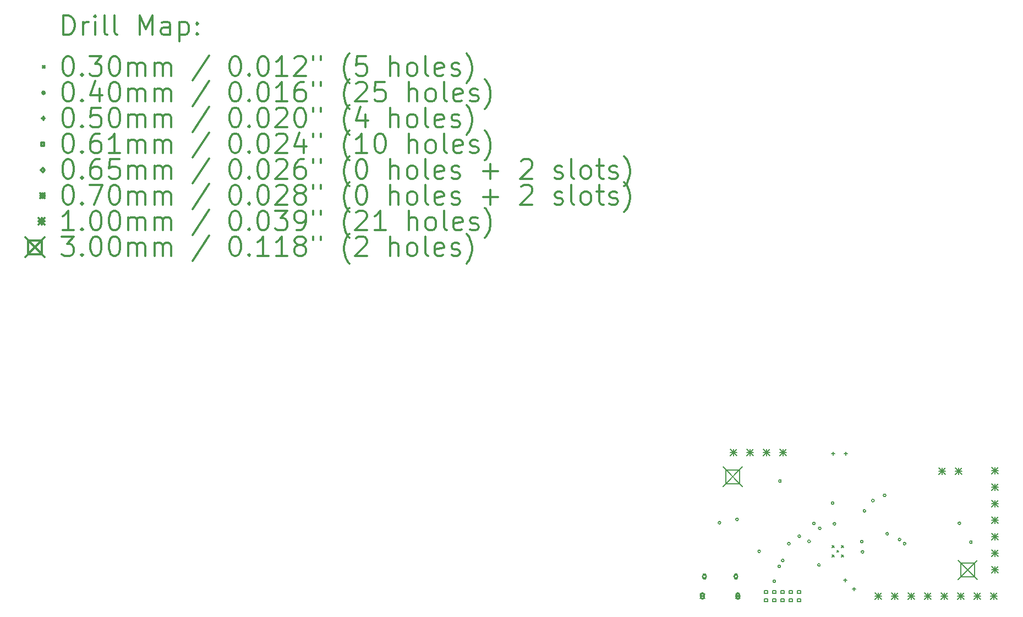
<source format=gbr>
%FSLAX45Y45*%
G04 Gerber Fmt 4.5, Leading zero omitted, Abs format (unit mm)*
G04 Created by KiCad (PCBNEW (5.0.0)) date 01/02/19 23:37:00*
%MOMM*%
%LPD*%
G01*
G04 APERTURE LIST*
%ADD10C,0.200000*%
%ADD11C,0.300000*%
G04 APERTURE END LIST*
D10*
X12114049Y-8324049D02*
X12144529Y-8354529D01*
X12144529Y-8324049D02*
X12114049Y-8354529D01*
X12114049Y-8465471D02*
X12144529Y-8495951D01*
X12144529Y-8465471D02*
X12114049Y-8495951D01*
X12184760Y-8394760D02*
X12215240Y-8425240D01*
X12215240Y-8394760D02*
X12184760Y-8425240D01*
X12255471Y-8324049D02*
X12285951Y-8354529D01*
X12285951Y-8324049D02*
X12255471Y-8354529D01*
X12255471Y-8465471D02*
X12285951Y-8495951D01*
X12285951Y-8465471D02*
X12255471Y-8495951D01*
X10400000Y-7970000D02*
G75*
G03X10400000Y-7970000I-20000J0D01*
G01*
X10670000Y-7920000D02*
G75*
G03X10670000Y-7920000I-20000J0D01*
G01*
X11010000Y-8410000D02*
G75*
G03X11010000Y-8410000I-20000J0D01*
G01*
X11242500Y-8870000D02*
G75*
G03X11242500Y-8870000I-20000J0D01*
G01*
X11317500Y-8642500D02*
G75*
G03X11317500Y-8642500I-20000J0D01*
G01*
X11330000Y-7330000D02*
G75*
G03X11330000Y-7330000I-20000J0D01*
G01*
X11372500Y-8552500D02*
G75*
G03X11372500Y-8552500I-20000J0D01*
G01*
X11467013Y-8292987D02*
G75*
G03X11467013Y-8292987I-20000J0D01*
G01*
X11627500Y-8180000D02*
G75*
G03X11627500Y-8180000I-20000J0D01*
G01*
X11777500Y-8257500D02*
G75*
G03X11777500Y-8257500I-20000J0D01*
G01*
X11852500Y-7980000D02*
G75*
G03X11852500Y-7980000I-20000J0D01*
G01*
X11930000Y-8620000D02*
G75*
G03X11930000Y-8620000I-20000J0D01*
G01*
X11942500Y-8057500D02*
G75*
G03X11942500Y-8057500I-20000J0D01*
G01*
X12140000Y-7670000D02*
G75*
G03X12140000Y-7670000I-20000J0D01*
G01*
X12167500Y-7987500D02*
G75*
G03X12167500Y-7987500I-20000J0D01*
G01*
X12590000Y-8260000D02*
G75*
G03X12590000Y-8260000I-20000J0D01*
G01*
X12600000Y-8420000D02*
G75*
G03X12600000Y-8420000I-20000J0D01*
G01*
X12630000Y-7790000D02*
G75*
G03X12630000Y-7790000I-20000J0D01*
G01*
X12760000Y-7630000D02*
G75*
G03X12760000Y-7630000I-20000J0D01*
G01*
X12940000Y-7550000D02*
G75*
G03X12940000Y-7550000I-20000J0D01*
G01*
X12980000Y-8140000D02*
G75*
G03X12980000Y-8140000I-20000J0D01*
G01*
X13169658Y-8229724D02*
G75*
G03X13169658Y-8229724I-20000J0D01*
G01*
X13247500Y-8292500D02*
G75*
G03X13247500Y-8292500I-20000J0D01*
G01*
X14090000Y-7980000D02*
G75*
G03X14090000Y-7980000I-20000J0D01*
G01*
X14267500Y-8270000D02*
G75*
G03X14267500Y-8270000I-20000J0D01*
G01*
X12130000Y-6885000D02*
X12130000Y-6935000D01*
X12105000Y-6910000D02*
X12155000Y-6910000D01*
X12320000Y-6885000D02*
X12320000Y-6935000D01*
X12295000Y-6910000D02*
X12345000Y-6910000D01*
X12315650Y-8830650D02*
X12315650Y-8880650D01*
X12290650Y-8855650D02*
X12340650Y-8855650D01*
X12450000Y-8965000D02*
X12450000Y-9015000D01*
X12425000Y-8990000D02*
X12475000Y-8990000D01*
X11117553Y-9058053D02*
X11117553Y-9014947D01*
X11074447Y-9014947D01*
X11074447Y-9058053D01*
X11117553Y-9058053D01*
X11117553Y-9185053D02*
X11117553Y-9141947D01*
X11074447Y-9141947D01*
X11074447Y-9185053D01*
X11117553Y-9185053D01*
X11244553Y-9058053D02*
X11244553Y-9014947D01*
X11201447Y-9014947D01*
X11201447Y-9058053D01*
X11244553Y-9058053D01*
X11244553Y-9185053D02*
X11244553Y-9141947D01*
X11201447Y-9141947D01*
X11201447Y-9185053D01*
X11244553Y-9185053D01*
X11371553Y-9058053D02*
X11371553Y-9014947D01*
X11328447Y-9014947D01*
X11328447Y-9058053D01*
X11371553Y-9058053D01*
X11371553Y-9185053D02*
X11371553Y-9141947D01*
X11328447Y-9141947D01*
X11328447Y-9185053D01*
X11371553Y-9185053D01*
X11498553Y-9058053D02*
X11498553Y-9014947D01*
X11455447Y-9014947D01*
X11455447Y-9058053D01*
X11498553Y-9058053D01*
X11498553Y-9185053D02*
X11498553Y-9141947D01*
X11455447Y-9141947D01*
X11455447Y-9185053D01*
X11498553Y-9185053D01*
X11625553Y-9058053D02*
X11625553Y-9014947D01*
X11582447Y-9014947D01*
X11582447Y-9058053D01*
X11625553Y-9058053D01*
X11625553Y-9185053D02*
X11625553Y-9141947D01*
X11582447Y-9141947D01*
X11582447Y-9185053D01*
X11625553Y-9185053D01*
X10148000Y-8830500D02*
X10180500Y-8798000D01*
X10148000Y-8765500D01*
X10115500Y-8798000D01*
X10148000Y-8830500D01*
X10170500Y-8818000D02*
X10170500Y-8778000D01*
X10125500Y-8818000D02*
X10125500Y-8778000D01*
X10170500Y-8778000D02*
G75*
G03X10125500Y-8778000I-22500J0D01*
G01*
X10125500Y-8818000D02*
G75*
G03X10170500Y-8818000I22500J0D01*
G01*
X10632000Y-8830500D02*
X10664500Y-8798000D01*
X10632000Y-8765500D01*
X10599500Y-8798000D01*
X10632000Y-8830500D01*
X10654500Y-8818000D02*
X10654500Y-8778000D01*
X10609500Y-8818000D02*
X10609500Y-8778000D01*
X10654500Y-8778000D02*
G75*
G03X10609500Y-8778000I-22500J0D01*
G01*
X10609500Y-8818000D02*
G75*
G03X10654500Y-8818000I22500J0D01*
G01*
X10082000Y-9063000D02*
X10152000Y-9133000D01*
X10152000Y-9063000D02*
X10082000Y-9133000D01*
X10152000Y-9098000D02*
G75*
G03X10152000Y-9098000I-35000J0D01*
G01*
X10142000Y-9123000D02*
X10142000Y-9073000D01*
X10092000Y-9123000D02*
X10092000Y-9073000D01*
X10142000Y-9073000D02*
G75*
G03X10092000Y-9073000I-25000J0D01*
G01*
X10092000Y-9123000D02*
G75*
G03X10142000Y-9123000I25000J0D01*
G01*
X10628000Y-9063000D02*
X10698000Y-9133000D01*
X10698000Y-9063000D02*
X10628000Y-9133000D01*
X10698000Y-9098000D02*
G75*
G03X10698000Y-9098000I-35000J0D01*
G01*
X10688000Y-9123000D02*
X10688000Y-9073000D01*
X10638000Y-9123000D02*
X10638000Y-9073000D01*
X10688000Y-9073000D02*
G75*
G03X10638000Y-9073000I-25000J0D01*
G01*
X10638000Y-9123000D02*
G75*
G03X10688000Y-9123000I25000J0D01*
G01*
X10548000Y-6840000D02*
X10648000Y-6940000D01*
X10648000Y-6840000D02*
X10548000Y-6940000D01*
X10598000Y-6840000D02*
X10598000Y-6940000D01*
X10548000Y-6890000D02*
X10648000Y-6890000D01*
X10802000Y-6840000D02*
X10902000Y-6940000D01*
X10902000Y-6840000D02*
X10802000Y-6940000D01*
X10852000Y-6840000D02*
X10852000Y-6940000D01*
X10802000Y-6890000D02*
X10902000Y-6890000D01*
X11056000Y-6840000D02*
X11156000Y-6940000D01*
X11156000Y-6840000D02*
X11056000Y-6940000D01*
X11106000Y-6840000D02*
X11106000Y-6940000D01*
X11056000Y-6890000D02*
X11156000Y-6890000D01*
X11310000Y-6840000D02*
X11410000Y-6940000D01*
X11410000Y-6840000D02*
X11310000Y-6940000D01*
X11360000Y-6840000D02*
X11360000Y-6940000D01*
X11310000Y-6890000D02*
X11410000Y-6890000D01*
X12770000Y-9050000D02*
X12870000Y-9150000D01*
X12870000Y-9050000D02*
X12770000Y-9150000D01*
X12820000Y-9050000D02*
X12820000Y-9150000D01*
X12770000Y-9100000D02*
X12870000Y-9100000D01*
X13024000Y-9050000D02*
X13124000Y-9150000D01*
X13124000Y-9050000D02*
X13024000Y-9150000D01*
X13074000Y-9050000D02*
X13074000Y-9150000D01*
X13024000Y-9100000D02*
X13124000Y-9100000D01*
X13278000Y-9050000D02*
X13378000Y-9150000D01*
X13378000Y-9050000D02*
X13278000Y-9150000D01*
X13328000Y-9050000D02*
X13328000Y-9150000D01*
X13278000Y-9100000D02*
X13378000Y-9100000D01*
X13532000Y-9050000D02*
X13632000Y-9150000D01*
X13632000Y-9050000D02*
X13532000Y-9150000D01*
X13582000Y-9050000D02*
X13582000Y-9150000D01*
X13532000Y-9100000D02*
X13632000Y-9100000D01*
X13786000Y-9050000D02*
X13886000Y-9150000D01*
X13886000Y-9050000D02*
X13786000Y-9150000D01*
X13836000Y-9050000D02*
X13836000Y-9150000D01*
X13786000Y-9100000D02*
X13886000Y-9100000D01*
X14040000Y-9050000D02*
X14140000Y-9150000D01*
X14140000Y-9050000D02*
X14040000Y-9150000D01*
X14090000Y-9050000D02*
X14090000Y-9150000D01*
X14040000Y-9100000D02*
X14140000Y-9100000D01*
X14294000Y-9050000D02*
X14394000Y-9150000D01*
X14394000Y-9050000D02*
X14294000Y-9150000D01*
X14344000Y-9050000D02*
X14344000Y-9150000D01*
X14294000Y-9100000D02*
X14394000Y-9100000D01*
X14548000Y-9050000D02*
X14648000Y-9150000D01*
X14648000Y-9050000D02*
X14548000Y-9150000D01*
X14598000Y-9050000D02*
X14598000Y-9150000D01*
X14548000Y-9100000D02*
X14648000Y-9100000D01*
X14570000Y-7120000D02*
X14670000Y-7220000D01*
X14670000Y-7120000D02*
X14570000Y-7220000D01*
X14620000Y-7120000D02*
X14620000Y-7220000D01*
X14570000Y-7170000D02*
X14670000Y-7170000D01*
X14570000Y-7374000D02*
X14670000Y-7474000D01*
X14670000Y-7374000D02*
X14570000Y-7474000D01*
X14620000Y-7374000D02*
X14620000Y-7474000D01*
X14570000Y-7424000D02*
X14670000Y-7424000D01*
X14570000Y-7628000D02*
X14670000Y-7728000D01*
X14670000Y-7628000D02*
X14570000Y-7728000D01*
X14620000Y-7628000D02*
X14620000Y-7728000D01*
X14570000Y-7678000D02*
X14670000Y-7678000D01*
X14570000Y-7882000D02*
X14670000Y-7982000D01*
X14670000Y-7882000D02*
X14570000Y-7982000D01*
X14620000Y-7882000D02*
X14620000Y-7982000D01*
X14570000Y-7932000D02*
X14670000Y-7932000D01*
X14570000Y-8136000D02*
X14670000Y-8236000D01*
X14670000Y-8136000D02*
X14570000Y-8236000D01*
X14620000Y-8136000D02*
X14620000Y-8236000D01*
X14570000Y-8186000D02*
X14670000Y-8186000D01*
X14570000Y-8390000D02*
X14670000Y-8490000D01*
X14670000Y-8390000D02*
X14570000Y-8490000D01*
X14620000Y-8390000D02*
X14620000Y-8490000D01*
X14570000Y-8440000D02*
X14670000Y-8440000D01*
X14570000Y-8644000D02*
X14670000Y-8744000D01*
X14670000Y-8644000D02*
X14570000Y-8744000D01*
X14620000Y-8644000D02*
X14620000Y-8744000D01*
X14570000Y-8694000D02*
X14670000Y-8694000D01*
X13756000Y-7130000D02*
X13856000Y-7230000D01*
X13856000Y-7130000D02*
X13756000Y-7230000D01*
X13806000Y-7130000D02*
X13806000Y-7230000D01*
X13756000Y-7180000D02*
X13856000Y-7180000D01*
X14010000Y-7130000D02*
X14110000Y-7230000D01*
X14110000Y-7130000D02*
X14010000Y-7230000D01*
X14060000Y-7130000D02*
X14060000Y-7230000D01*
X14010000Y-7180000D02*
X14110000Y-7180000D01*
X10435000Y-7112500D02*
X10735000Y-7412500D01*
X10735000Y-7112500D02*
X10435000Y-7412500D01*
X10691067Y-7368567D02*
X10691067Y-7156433D01*
X10478933Y-7156433D01*
X10478933Y-7368567D01*
X10691067Y-7368567D01*
X14047500Y-8545000D02*
X14347500Y-8845000D01*
X14347500Y-8545000D02*
X14047500Y-8845000D01*
X14303567Y-8801067D02*
X14303567Y-8588933D01*
X14091433Y-8588933D01*
X14091433Y-8801067D01*
X14303567Y-8801067D01*
D11*
X286429Y-465714D02*
X286429Y-165714D01*
X357857Y-165714D01*
X400714Y-180000D01*
X429286Y-208571D01*
X443571Y-237143D01*
X457857Y-294286D01*
X457857Y-337143D01*
X443571Y-394286D01*
X429286Y-422857D01*
X400714Y-451428D01*
X357857Y-465714D01*
X286429Y-465714D01*
X586429Y-465714D02*
X586429Y-265714D01*
X586429Y-322857D02*
X600714Y-294286D01*
X615000Y-280000D01*
X643571Y-265714D01*
X672143Y-265714D01*
X772143Y-465714D02*
X772143Y-265714D01*
X772143Y-165714D02*
X757857Y-180000D01*
X772143Y-194286D01*
X786428Y-180000D01*
X772143Y-165714D01*
X772143Y-194286D01*
X957857Y-465714D02*
X929286Y-451428D01*
X915000Y-422857D01*
X915000Y-165714D01*
X1115000Y-465714D02*
X1086429Y-451428D01*
X1072143Y-422857D01*
X1072143Y-165714D01*
X1457857Y-465714D02*
X1457857Y-165714D01*
X1557857Y-380000D01*
X1657857Y-165714D01*
X1657857Y-465714D01*
X1929286Y-465714D02*
X1929286Y-308571D01*
X1915000Y-280000D01*
X1886428Y-265714D01*
X1829286Y-265714D01*
X1800714Y-280000D01*
X1929286Y-451428D02*
X1900714Y-465714D01*
X1829286Y-465714D01*
X1800714Y-451428D01*
X1786428Y-422857D01*
X1786428Y-394286D01*
X1800714Y-365714D01*
X1829286Y-351428D01*
X1900714Y-351428D01*
X1929286Y-337143D01*
X2072143Y-265714D02*
X2072143Y-565714D01*
X2072143Y-280000D02*
X2100714Y-265714D01*
X2157857Y-265714D01*
X2186429Y-280000D01*
X2200714Y-294286D01*
X2215000Y-322857D01*
X2215000Y-408571D01*
X2200714Y-437143D01*
X2186429Y-451428D01*
X2157857Y-465714D01*
X2100714Y-465714D01*
X2072143Y-451428D01*
X2343571Y-437143D02*
X2357857Y-451428D01*
X2343571Y-465714D01*
X2329286Y-451428D01*
X2343571Y-437143D01*
X2343571Y-465714D01*
X2343571Y-280000D02*
X2357857Y-294286D01*
X2343571Y-308571D01*
X2329286Y-294286D01*
X2343571Y-280000D01*
X2343571Y-308571D01*
X-30480Y-944760D02*
X0Y-975240D01*
X0Y-944760D02*
X-30480Y-975240D01*
X343571Y-795714D02*
X372143Y-795714D01*
X400714Y-810000D01*
X415000Y-824286D01*
X429286Y-852857D01*
X443571Y-910000D01*
X443571Y-981428D01*
X429286Y-1038571D01*
X415000Y-1067143D01*
X400714Y-1081429D01*
X372143Y-1095714D01*
X343571Y-1095714D01*
X315000Y-1081429D01*
X300714Y-1067143D01*
X286429Y-1038571D01*
X272143Y-981428D01*
X272143Y-910000D01*
X286429Y-852857D01*
X300714Y-824286D01*
X315000Y-810000D01*
X343571Y-795714D01*
X572143Y-1067143D02*
X586429Y-1081429D01*
X572143Y-1095714D01*
X557857Y-1081429D01*
X572143Y-1067143D01*
X572143Y-1095714D01*
X686429Y-795714D02*
X872143Y-795714D01*
X772143Y-910000D01*
X815000Y-910000D01*
X843571Y-924286D01*
X857857Y-938571D01*
X872143Y-967143D01*
X872143Y-1038571D01*
X857857Y-1067143D01*
X843571Y-1081429D01*
X815000Y-1095714D01*
X729286Y-1095714D01*
X700714Y-1081429D01*
X686429Y-1067143D01*
X1057857Y-795714D02*
X1086429Y-795714D01*
X1115000Y-810000D01*
X1129286Y-824286D01*
X1143571Y-852857D01*
X1157857Y-910000D01*
X1157857Y-981428D01*
X1143571Y-1038571D01*
X1129286Y-1067143D01*
X1115000Y-1081429D01*
X1086429Y-1095714D01*
X1057857Y-1095714D01*
X1029286Y-1081429D01*
X1015000Y-1067143D01*
X1000714Y-1038571D01*
X986428Y-981428D01*
X986428Y-910000D01*
X1000714Y-852857D01*
X1015000Y-824286D01*
X1029286Y-810000D01*
X1057857Y-795714D01*
X1286429Y-1095714D02*
X1286429Y-895714D01*
X1286429Y-924286D02*
X1300714Y-910000D01*
X1329286Y-895714D01*
X1372143Y-895714D01*
X1400714Y-910000D01*
X1415000Y-938571D01*
X1415000Y-1095714D01*
X1415000Y-938571D02*
X1429286Y-910000D01*
X1457857Y-895714D01*
X1500714Y-895714D01*
X1529286Y-910000D01*
X1543571Y-938571D01*
X1543571Y-1095714D01*
X1686428Y-1095714D02*
X1686428Y-895714D01*
X1686428Y-924286D02*
X1700714Y-910000D01*
X1729286Y-895714D01*
X1772143Y-895714D01*
X1800714Y-910000D01*
X1815000Y-938571D01*
X1815000Y-1095714D01*
X1815000Y-938571D02*
X1829286Y-910000D01*
X1857857Y-895714D01*
X1900714Y-895714D01*
X1929286Y-910000D01*
X1943571Y-938571D01*
X1943571Y-1095714D01*
X2529286Y-781428D02*
X2272143Y-1167143D01*
X2915000Y-795714D02*
X2943571Y-795714D01*
X2972143Y-810000D01*
X2986428Y-824286D01*
X3000714Y-852857D01*
X3015000Y-910000D01*
X3015000Y-981428D01*
X3000714Y-1038571D01*
X2986428Y-1067143D01*
X2972143Y-1081429D01*
X2943571Y-1095714D01*
X2915000Y-1095714D01*
X2886428Y-1081429D01*
X2872143Y-1067143D01*
X2857857Y-1038571D01*
X2843571Y-981428D01*
X2843571Y-910000D01*
X2857857Y-852857D01*
X2872143Y-824286D01*
X2886428Y-810000D01*
X2915000Y-795714D01*
X3143571Y-1067143D02*
X3157857Y-1081429D01*
X3143571Y-1095714D01*
X3129286Y-1081429D01*
X3143571Y-1067143D01*
X3143571Y-1095714D01*
X3343571Y-795714D02*
X3372143Y-795714D01*
X3400714Y-810000D01*
X3415000Y-824286D01*
X3429286Y-852857D01*
X3443571Y-910000D01*
X3443571Y-981428D01*
X3429286Y-1038571D01*
X3415000Y-1067143D01*
X3400714Y-1081429D01*
X3372143Y-1095714D01*
X3343571Y-1095714D01*
X3315000Y-1081429D01*
X3300714Y-1067143D01*
X3286428Y-1038571D01*
X3272143Y-981428D01*
X3272143Y-910000D01*
X3286428Y-852857D01*
X3300714Y-824286D01*
X3315000Y-810000D01*
X3343571Y-795714D01*
X3729286Y-1095714D02*
X3557857Y-1095714D01*
X3643571Y-1095714D02*
X3643571Y-795714D01*
X3615000Y-838571D01*
X3586428Y-867143D01*
X3557857Y-881428D01*
X3843571Y-824286D02*
X3857857Y-810000D01*
X3886428Y-795714D01*
X3957857Y-795714D01*
X3986428Y-810000D01*
X4000714Y-824286D01*
X4015000Y-852857D01*
X4015000Y-881428D01*
X4000714Y-924286D01*
X3829286Y-1095714D01*
X4015000Y-1095714D01*
X4129286Y-795714D02*
X4129286Y-852857D01*
X4243571Y-795714D02*
X4243571Y-852857D01*
X4686429Y-1210000D02*
X4672143Y-1195714D01*
X4643571Y-1152857D01*
X4629286Y-1124286D01*
X4615000Y-1081429D01*
X4600714Y-1010000D01*
X4600714Y-952857D01*
X4615000Y-881428D01*
X4629286Y-838571D01*
X4643571Y-810000D01*
X4672143Y-767143D01*
X4686429Y-752857D01*
X4943571Y-795714D02*
X4800714Y-795714D01*
X4786429Y-938571D01*
X4800714Y-924286D01*
X4829286Y-910000D01*
X4900714Y-910000D01*
X4929286Y-924286D01*
X4943571Y-938571D01*
X4957857Y-967143D01*
X4957857Y-1038571D01*
X4943571Y-1067143D01*
X4929286Y-1081429D01*
X4900714Y-1095714D01*
X4829286Y-1095714D01*
X4800714Y-1081429D01*
X4786429Y-1067143D01*
X5315000Y-1095714D02*
X5315000Y-795714D01*
X5443571Y-1095714D02*
X5443571Y-938571D01*
X5429286Y-910000D01*
X5400714Y-895714D01*
X5357857Y-895714D01*
X5329286Y-910000D01*
X5315000Y-924286D01*
X5629286Y-1095714D02*
X5600714Y-1081429D01*
X5586429Y-1067143D01*
X5572143Y-1038571D01*
X5572143Y-952857D01*
X5586429Y-924286D01*
X5600714Y-910000D01*
X5629286Y-895714D01*
X5672143Y-895714D01*
X5700714Y-910000D01*
X5715000Y-924286D01*
X5729286Y-952857D01*
X5729286Y-1038571D01*
X5715000Y-1067143D01*
X5700714Y-1081429D01*
X5672143Y-1095714D01*
X5629286Y-1095714D01*
X5900714Y-1095714D02*
X5872143Y-1081429D01*
X5857857Y-1052857D01*
X5857857Y-795714D01*
X6129286Y-1081429D02*
X6100714Y-1095714D01*
X6043571Y-1095714D01*
X6015000Y-1081429D01*
X6000714Y-1052857D01*
X6000714Y-938571D01*
X6015000Y-910000D01*
X6043571Y-895714D01*
X6100714Y-895714D01*
X6129286Y-910000D01*
X6143571Y-938571D01*
X6143571Y-967143D01*
X6000714Y-995714D01*
X6257857Y-1081429D02*
X6286428Y-1095714D01*
X6343571Y-1095714D01*
X6372143Y-1081429D01*
X6386428Y-1052857D01*
X6386428Y-1038571D01*
X6372143Y-1010000D01*
X6343571Y-995714D01*
X6300714Y-995714D01*
X6272143Y-981428D01*
X6257857Y-952857D01*
X6257857Y-938571D01*
X6272143Y-910000D01*
X6300714Y-895714D01*
X6343571Y-895714D01*
X6372143Y-910000D01*
X6486428Y-1210000D02*
X6500714Y-1195714D01*
X6529286Y-1152857D01*
X6543571Y-1124286D01*
X6557857Y-1081429D01*
X6572143Y-1010000D01*
X6572143Y-952857D01*
X6557857Y-881428D01*
X6543571Y-838571D01*
X6529286Y-810000D01*
X6500714Y-767143D01*
X6486428Y-752857D01*
X0Y-1356000D02*
G75*
G03X0Y-1356000I-20000J0D01*
G01*
X343571Y-1191714D02*
X372143Y-1191714D01*
X400714Y-1206000D01*
X415000Y-1220286D01*
X429286Y-1248857D01*
X443571Y-1306000D01*
X443571Y-1377429D01*
X429286Y-1434571D01*
X415000Y-1463143D01*
X400714Y-1477428D01*
X372143Y-1491714D01*
X343571Y-1491714D01*
X315000Y-1477428D01*
X300714Y-1463143D01*
X286429Y-1434571D01*
X272143Y-1377429D01*
X272143Y-1306000D01*
X286429Y-1248857D01*
X300714Y-1220286D01*
X315000Y-1206000D01*
X343571Y-1191714D01*
X572143Y-1463143D02*
X586429Y-1477428D01*
X572143Y-1491714D01*
X557857Y-1477428D01*
X572143Y-1463143D01*
X572143Y-1491714D01*
X843571Y-1291714D02*
X843571Y-1491714D01*
X772143Y-1177429D02*
X700714Y-1391714D01*
X886428Y-1391714D01*
X1057857Y-1191714D02*
X1086429Y-1191714D01*
X1115000Y-1206000D01*
X1129286Y-1220286D01*
X1143571Y-1248857D01*
X1157857Y-1306000D01*
X1157857Y-1377429D01*
X1143571Y-1434571D01*
X1129286Y-1463143D01*
X1115000Y-1477428D01*
X1086429Y-1491714D01*
X1057857Y-1491714D01*
X1029286Y-1477428D01*
X1015000Y-1463143D01*
X1000714Y-1434571D01*
X986428Y-1377429D01*
X986428Y-1306000D01*
X1000714Y-1248857D01*
X1015000Y-1220286D01*
X1029286Y-1206000D01*
X1057857Y-1191714D01*
X1286429Y-1491714D02*
X1286429Y-1291714D01*
X1286429Y-1320286D02*
X1300714Y-1306000D01*
X1329286Y-1291714D01*
X1372143Y-1291714D01*
X1400714Y-1306000D01*
X1415000Y-1334571D01*
X1415000Y-1491714D01*
X1415000Y-1334571D02*
X1429286Y-1306000D01*
X1457857Y-1291714D01*
X1500714Y-1291714D01*
X1529286Y-1306000D01*
X1543571Y-1334571D01*
X1543571Y-1491714D01*
X1686428Y-1491714D02*
X1686428Y-1291714D01*
X1686428Y-1320286D02*
X1700714Y-1306000D01*
X1729286Y-1291714D01*
X1772143Y-1291714D01*
X1800714Y-1306000D01*
X1815000Y-1334571D01*
X1815000Y-1491714D01*
X1815000Y-1334571D02*
X1829286Y-1306000D01*
X1857857Y-1291714D01*
X1900714Y-1291714D01*
X1929286Y-1306000D01*
X1943571Y-1334571D01*
X1943571Y-1491714D01*
X2529286Y-1177429D02*
X2272143Y-1563143D01*
X2915000Y-1191714D02*
X2943571Y-1191714D01*
X2972143Y-1206000D01*
X2986428Y-1220286D01*
X3000714Y-1248857D01*
X3015000Y-1306000D01*
X3015000Y-1377429D01*
X3000714Y-1434571D01*
X2986428Y-1463143D01*
X2972143Y-1477428D01*
X2943571Y-1491714D01*
X2915000Y-1491714D01*
X2886428Y-1477428D01*
X2872143Y-1463143D01*
X2857857Y-1434571D01*
X2843571Y-1377429D01*
X2843571Y-1306000D01*
X2857857Y-1248857D01*
X2872143Y-1220286D01*
X2886428Y-1206000D01*
X2915000Y-1191714D01*
X3143571Y-1463143D02*
X3157857Y-1477428D01*
X3143571Y-1491714D01*
X3129286Y-1477428D01*
X3143571Y-1463143D01*
X3143571Y-1491714D01*
X3343571Y-1191714D02*
X3372143Y-1191714D01*
X3400714Y-1206000D01*
X3415000Y-1220286D01*
X3429286Y-1248857D01*
X3443571Y-1306000D01*
X3443571Y-1377429D01*
X3429286Y-1434571D01*
X3415000Y-1463143D01*
X3400714Y-1477428D01*
X3372143Y-1491714D01*
X3343571Y-1491714D01*
X3315000Y-1477428D01*
X3300714Y-1463143D01*
X3286428Y-1434571D01*
X3272143Y-1377429D01*
X3272143Y-1306000D01*
X3286428Y-1248857D01*
X3300714Y-1220286D01*
X3315000Y-1206000D01*
X3343571Y-1191714D01*
X3729286Y-1491714D02*
X3557857Y-1491714D01*
X3643571Y-1491714D02*
X3643571Y-1191714D01*
X3615000Y-1234571D01*
X3586428Y-1263143D01*
X3557857Y-1277429D01*
X3986428Y-1191714D02*
X3929286Y-1191714D01*
X3900714Y-1206000D01*
X3886428Y-1220286D01*
X3857857Y-1263143D01*
X3843571Y-1320286D01*
X3843571Y-1434571D01*
X3857857Y-1463143D01*
X3872143Y-1477428D01*
X3900714Y-1491714D01*
X3957857Y-1491714D01*
X3986428Y-1477428D01*
X4000714Y-1463143D01*
X4015000Y-1434571D01*
X4015000Y-1363143D01*
X4000714Y-1334571D01*
X3986428Y-1320286D01*
X3957857Y-1306000D01*
X3900714Y-1306000D01*
X3872143Y-1320286D01*
X3857857Y-1334571D01*
X3843571Y-1363143D01*
X4129286Y-1191714D02*
X4129286Y-1248857D01*
X4243571Y-1191714D02*
X4243571Y-1248857D01*
X4686429Y-1606000D02*
X4672143Y-1591714D01*
X4643571Y-1548857D01*
X4629286Y-1520286D01*
X4615000Y-1477428D01*
X4600714Y-1406000D01*
X4600714Y-1348857D01*
X4615000Y-1277429D01*
X4629286Y-1234571D01*
X4643571Y-1206000D01*
X4672143Y-1163143D01*
X4686429Y-1148857D01*
X4786429Y-1220286D02*
X4800714Y-1206000D01*
X4829286Y-1191714D01*
X4900714Y-1191714D01*
X4929286Y-1206000D01*
X4943571Y-1220286D01*
X4957857Y-1248857D01*
X4957857Y-1277429D01*
X4943571Y-1320286D01*
X4772143Y-1491714D01*
X4957857Y-1491714D01*
X5229286Y-1191714D02*
X5086429Y-1191714D01*
X5072143Y-1334571D01*
X5086429Y-1320286D01*
X5115000Y-1306000D01*
X5186429Y-1306000D01*
X5215000Y-1320286D01*
X5229286Y-1334571D01*
X5243571Y-1363143D01*
X5243571Y-1434571D01*
X5229286Y-1463143D01*
X5215000Y-1477428D01*
X5186429Y-1491714D01*
X5115000Y-1491714D01*
X5086429Y-1477428D01*
X5072143Y-1463143D01*
X5600714Y-1491714D02*
X5600714Y-1191714D01*
X5729286Y-1491714D02*
X5729286Y-1334571D01*
X5715000Y-1306000D01*
X5686428Y-1291714D01*
X5643571Y-1291714D01*
X5615000Y-1306000D01*
X5600714Y-1320286D01*
X5915000Y-1491714D02*
X5886428Y-1477428D01*
X5872143Y-1463143D01*
X5857857Y-1434571D01*
X5857857Y-1348857D01*
X5872143Y-1320286D01*
X5886428Y-1306000D01*
X5915000Y-1291714D01*
X5957857Y-1291714D01*
X5986428Y-1306000D01*
X6000714Y-1320286D01*
X6015000Y-1348857D01*
X6015000Y-1434571D01*
X6000714Y-1463143D01*
X5986428Y-1477428D01*
X5957857Y-1491714D01*
X5915000Y-1491714D01*
X6186428Y-1491714D02*
X6157857Y-1477428D01*
X6143571Y-1448857D01*
X6143571Y-1191714D01*
X6415000Y-1477428D02*
X6386428Y-1491714D01*
X6329286Y-1491714D01*
X6300714Y-1477428D01*
X6286428Y-1448857D01*
X6286428Y-1334571D01*
X6300714Y-1306000D01*
X6329286Y-1291714D01*
X6386428Y-1291714D01*
X6415000Y-1306000D01*
X6429286Y-1334571D01*
X6429286Y-1363143D01*
X6286428Y-1391714D01*
X6543571Y-1477428D02*
X6572143Y-1491714D01*
X6629286Y-1491714D01*
X6657857Y-1477428D01*
X6672143Y-1448857D01*
X6672143Y-1434571D01*
X6657857Y-1406000D01*
X6629286Y-1391714D01*
X6586428Y-1391714D01*
X6557857Y-1377429D01*
X6543571Y-1348857D01*
X6543571Y-1334571D01*
X6557857Y-1306000D01*
X6586428Y-1291714D01*
X6629286Y-1291714D01*
X6657857Y-1306000D01*
X6772143Y-1606000D02*
X6786428Y-1591714D01*
X6815000Y-1548857D01*
X6829286Y-1520286D01*
X6843571Y-1477428D01*
X6857857Y-1406000D01*
X6857857Y-1348857D01*
X6843571Y-1277429D01*
X6829286Y-1234571D01*
X6815000Y-1206000D01*
X6786428Y-1163143D01*
X6772143Y-1148857D01*
X-25000Y-1727000D02*
X-25000Y-1777000D01*
X-50000Y-1752000D02*
X0Y-1752000D01*
X343571Y-1587714D02*
X372143Y-1587714D01*
X400714Y-1602000D01*
X415000Y-1616286D01*
X429286Y-1644857D01*
X443571Y-1702000D01*
X443571Y-1773428D01*
X429286Y-1830571D01*
X415000Y-1859143D01*
X400714Y-1873428D01*
X372143Y-1887714D01*
X343571Y-1887714D01*
X315000Y-1873428D01*
X300714Y-1859143D01*
X286429Y-1830571D01*
X272143Y-1773428D01*
X272143Y-1702000D01*
X286429Y-1644857D01*
X300714Y-1616286D01*
X315000Y-1602000D01*
X343571Y-1587714D01*
X572143Y-1859143D02*
X586429Y-1873428D01*
X572143Y-1887714D01*
X557857Y-1873428D01*
X572143Y-1859143D01*
X572143Y-1887714D01*
X857857Y-1587714D02*
X715000Y-1587714D01*
X700714Y-1730571D01*
X715000Y-1716286D01*
X743571Y-1702000D01*
X815000Y-1702000D01*
X843571Y-1716286D01*
X857857Y-1730571D01*
X872143Y-1759143D01*
X872143Y-1830571D01*
X857857Y-1859143D01*
X843571Y-1873428D01*
X815000Y-1887714D01*
X743571Y-1887714D01*
X715000Y-1873428D01*
X700714Y-1859143D01*
X1057857Y-1587714D02*
X1086429Y-1587714D01*
X1115000Y-1602000D01*
X1129286Y-1616286D01*
X1143571Y-1644857D01*
X1157857Y-1702000D01*
X1157857Y-1773428D01*
X1143571Y-1830571D01*
X1129286Y-1859143D01*
X1115000Y-1873428D01*
X1086429Y-1887714D01*
X1057857Y-1887714D01*
X1029286Y-1873428D01*
X1015000Y-1859143D01*
X1000714Y-1830571D01*
X986428Y-1773428D01*
X986428Y-1702000D01*
X1000714Y-1644857D01*
X1015000Y-1616286D01*
X1029286Y-1602000D01*
X1057857Y-1587714D01*
X1286429Y-1887714D02*
X1286429Y-1687714D01*
X1286429Y-1716286D02*
X1300714Y-1702000D01*
X1329286Y-1687714D01*
X1372143Y-1687714D01*
X1400714Y-1702000D01*
X1415000Y-1730571D01*
X1415000Y-1887714D01*
X1415000Y-1730571D02*
X1429286Y-1702000D01*
X1457857Y-1687714D01*
X1500714Y-1687714D01*
X1529286Y-1702000D01*
X1543571Y-1730571D01*
X1543571Y-1887714D01*
X1686428Y-1887714D02*
X1686428Y-1687714D01*
X1686428Y-1716286D02*
X1700714Y-1702000D01*
X1729286Y-1687714D01*
X1772143Y-1687714D01*
X1800714Y-1702000D01*
X1815000Y-1730571D01*
X1815000Y-1887714D01*
X1815000Y-1730571D02*
X1829286Y-1702000D01*
X1857857Y-1687714D01*
X1900714Y-1687714D01*
X1929286Y-1702000D01*
X1943571Y-1730571D01*
X1943571Y-1887714D01*
X2529286Y-1573428D02*
X2272143Y-1959143D01*
X2915000Y-1587714D02*
X2943571Y-1587714D01*
X2972143Y-1602000D01*
X2986428Y-1616286D01*
X3000714Y-1644857D01*
X3015000Y-1702000D01*
X3015000Y-1773428D01*
X3000714Y-1830571D01*
X2986428Y-1859143D01*
X2972143Y-1873428D01*
X2943571Y-1887714D01*
X2915000Y-1887714D01*
X2886428Y-1873428D01*
X2872143Y-1859143D01*
X2857857Y-1830571D01*
X2843571Y-1773428D01*
X2843571Y-1702000D01*
X2857857Y-1644857D01*
X2872143Y-1616286D01*
X2886428Y-1602000D01*
X2915000Y-1587714D01*
X3143571Y-1859143D02*
X3157857Y-1873428D01*
X3143571Y-1887714D01*
X3129286Y-1873428D01*
X3143571Y-1859143D01*
X3143571Y-1887714D01*
X3343571Y-1587714D02*
X3372143Y-1587714D01*
X3400714Y-1602000D01*
X3415000Y-1616286D01*
X3429286Y-1644857D01*
X3443571Y-1702000D01*
X3443571Y-1773428D01*
X3429286Y-1830571D01*
X3415000Y-1859143D01*
X3400714Y-1873428D01*
X3372143Y-1887714D01*
X3343571Y-1887714D01*
X3315000Y-1873428D01*
X3300714Y-1859143D01*
X3286428Y-1830571D01*
X3272143Y-1773428D01*
X3272143Y-1702000D01*
X3286428Y-1644857D01*
X3300714Y-1616286D01*
X3315000Y-1602000D01*
X3343571Y-1587714D01*
X3557857Y-1616286D02*
X3572143Y-1602000D01*
X3600714Y-1587714D01*
X3672143Y-1587714D01*
X3700714Y-1602000D01*
X3715000Y-1616286D01*
X3729286Y-1644857D01*
X3729286Y-1673428D01*
X3715000Y-1716286D01*
X3543571Y-1887714D01*
X3729286Y-1887714D01*
X3915000Y-1587714D02*
X3943571Y-1587714D01*
X3972143Y-1602000D01*
X3986428Y-1616286D01*
X4000714Y-1644857D01*
X4015000Y-1702000D01*
X4015000Y-1773428D01*
X4000714Y-1830571D01*
X3986428Y-1859143D01*
X3972143Y-1873428D01*
X3943571Y-1887714D01*
X3915000Y-1887714D01*
X3886428Y-1873428D01*
X3872143Y-1859143D01*
X3857857Y-1830571D01*
X3843571Y-1773428D01*
X3843571Y-1702000D01*
X3857857Y-1644857D01*
X3872143Y-1616286D01*
X3886428Y-1602000D01*
X3915000Y-1587714D01*
X4129286Y-1587714D02*
X4129286Y-1644857D01*
X4243571Y-1587714D02*
X4243571Y-1644857D01*
X4686429Y-2002000D02*
X4672143Y-1987714D01*
X4643571Y-1944857D01*
X4629286Y-1916286D01*
X4615000Y-1873428D01*
X4600714Y-1802000D01*
X4600714Y-1744857D01*
X4615000Y-1673428D01*
X4629286Y-1630571D01*
X4643571Y-1602000D01*
X4672143Y-1559143D01*
X4686429Y-1544857D01*
X4929286Y-1687714D02*
X4929286Y-1887714D01*
X4857857Y-1573428D02*
X4786429Y-1787714D01*
X4972143Y-1787714D01*
X5315000Y-1887714D02*
X5315000Y-1587714D01*
X5443571Y-1887714D02*
X5443571Y-1730571D01*
X5429286Y-1702000D01*
X5400714Y-1687714D01*
X5357857Y-1687714D01*
X5329286Y-1702000D01*
X5315000Y-1716286D01*
X5629286Y-1887714D02*
X5600714Y-1873428D01*
X5586429Y-1859143D01*
X5572143Y-1830571D01*
X5572143Y-1744857D01*
X5586429Y-1716286D01*
X5600714Y-1702000D01*
X5629286Y-1687714D01*
X5672143Y-1687714D01*
X5700714Y-1702000D01*
X5715000Y-1716286D01*
X5729286Y-1744857D01*
X5729286Y-1830571D01*
X5715000Y-1859143D01*
X5700714Y-1873428D01*
X5672143Y-1887714D01*
X5629286Y-1887714D01*
X5900714Y-1887714D02*
X5872143Y-1873428D01*
X5857857Y-1844857D01*
X5857857Y-1587714D01*
X6129286Y-1873428D02*
X6100714Y-1887714D01*
X6043571Y-1887714D01*
X6015000Y-1873428D01*
X6000714Y-1844857D01*
X6000714Y-1730571D01*
X6015000Y-1702000D01*
X6043571Y-1687714D01*
X6100714Y-1687714D01*
X6129286Y-1702000D01*
X6143571Y-1730571D01*
X6143571Y-1759143D01*
X6000714Y-1787714D01*
X6257857Y-1873428D02*
X6286428Y-1887714D01*
X6343571Y-1887714D01*
X6372143Y-1873428D01*
X6386428Y-1844857D01*
X6386428Y-1830571D01*
X6372143Y-1802000D01*
X6343571Y-1787714D01*
X6300714Y-1787714D01*
X6272143Y-1773428D01*
X6257857Y-1744857D01*
X6257857Y-1730571D01*
X6272143Y-1702000D01*
X6300714Y-1687714D01*
X6343571Y-1687714D01*
X6372143Y-1702000D01*
X6486428Y-2002000D02*
X6500714Y-1987714D01*
X6529286Y-1944857D01*
X6543571Y-1916286D01*
X6557857Y-1873428D01*
X6572143Y-1802000D01*
X6572143Y-1744857D01*
X6557857Y-1673428D01*
X6543571Y-1630571D01*
X6529286Y-1602000D01*
X6500714Y-1559143D01*
X6486428Y-1544857D01*
X-8927Y-2169553D02*
X-8927Y-2126447D01*
X-52033Y-2126447D01*
X-52033Y-2169553D01*
X-8927Y-2169553D01*
X343571Y-1983714D02*
X372143Y-1983714D01*
X400714Y-1998000D01*
X415000Y-2012286D01*
X429286Y-2040857D01*
X443571Y-2098000D01*
X443571Y-2169429D01*
X429286Y-2226571D01*
X415000Y-2255143D01*
X400714Y-2269429D01*
X372143Y-2283714D01*
X343571Y-2283714D01*
X315000Y-2269429D01*
X300714Y-2255143D01*
X286429Y-2226571D01*
X272143Y-2169429D01*
X272143Y-2098000D01*
X286429Y-2040857D01*
X300714Y-2012286D01*
X315000Y-1998000D01*
X343571Y-1983714D01*
X572143Y-2255143D02*
X586429Y-2269429D01*
X572143Y-2283714D01*
X557857Y-2269429D01*
X572143Y-2255143D01*
X572143Y-2283714D01*
X843571Y-1983714D02*
X786428Y-1983714D01*
X757857Y-1998000D01*
X743571Y-2012286D01*
X715000Y-2055143D01*
X700714Y-2112286D01*
X700714Y-2226571D01*
X715000Y-2255143D01*
X729286Y-2269429D01*
X757857Y-2283714D01*
X815000Y-2283714D01*
X843571Y-2269429D01*
X857857Y-2255143D01*
X872143Y-2226571D01*
X872143Y-2155143D01*
X857857Y-2126571D01*
X843571Y-2112286D01*
X815000Y-2098000D01*
X757857Y-2098000D01*
X729286Y-2112286D01*
X715000Y-2126571D01*
X700714Y-2155143D01*
X1157857Y-2283714D02*
X986428Y-2283714D01*
X1072143Y-2283714D02*
X1072143Y-1983714D01*
X1043571Y-2026571D01*
X1015000Y-2055143D01*
X986428Y-2069428D01*
X1286429Y-2283714D02*
X1286429Y-2083714D01*
X1286429Y-2112286D02*
X1300714Y-2098000D01*
X1329286Y-2083714D01*
X1372143Y-2083714D01*
X1400714Y-2098000D01*
X1415000Y-2126571D01*
X1415000Y-2283714D01*
X1415000Y-2126571D02*
X1429286Y-2098000D01*
X1457857Y-2083714D01*
X1500714Y-2083714D01*
X1529286Y-2098000D01*
X1543571Y-2126571D01*
X1543571Y-2283714D01*
X1686428Y-2283714D02*
X1686428Y-2083714D01*
X1686428Y-2112286D02*
X1700714Y-2098000D01*
X1729286Y-2083714D01*
X1772143Y-2083714D01*
X1800714Y-2098000D01*
X1815000Y-2126571D01*
X1815000Y-2283714D01*
X1815000Y-2126571D02*
X1829286Y-2098000D01*
X1857857Y-2083714D01*
X1900714Y-2083714D01*
X1929286Y-2098000D01*
X1943571Y-2126571D01*
X1943571Y-2283714D01*
X2529286Y-1969428D02*
X2272143Y-2355143D01*
X2915000Y-1983714D02*
X2943571Y-1983714D01*
X2972143Y-1998000D01*
X2986428Y-2012286D01*
X3000714Y-2040857D01*
X3015000Y-2098000D01*
X3015000Y-2169429D01*
X3000714Y-2226571D01*
X2986428Y-2255143D01*
X2972143Y-2269429D01*
X2943571Y-2283714D01*
X2915000Y-2283714D01*
X2886428Y-2269429D01*
X2872143Y-2255143D01*
X2857857Y-2226571D01*
X2843571Y-2169429D01*
X2843571Y-2098000D01*
X2857857Y-2040857D01*
X2872143Y-2012286D01*
X2886428Y-1998000D01*
X2915000Y-1983714D01*
X3143571Y-2255143D02*
X3157857Y-2269429D01*
X3143571Y-2283714D01*
X3129286Y-2269429D01*
X3143571Y-2255143D01*
X3143571Y-2283714D01*
X3343571Y-1983714D02*
X3372143Y-1983714D01*
X3400714Y-1998000D01*
X3415000Y-2012286D01*
X3429286Y-2040857D01*
X3443571Y-2098000D01*
X3443571Y-2169429D01*
X3429286Y-2226571D01*
X3415000Y-2255143D01*
X3400714Y-2269429D01*
X3372143Y-2283714D01*
X3343571Y-2283714D01*
X3315000Y-2269429D01*
X3300714Y-2255143D01*
X3286428Y-2226571D01*
X3272143Y-2169429D01*
X3272143Y-2098000D01*
X3286428Y-2040857D01*
X3300714Y-2012286D01*
X3315000Y-1998000D01*
X3343571Y-1983714D01*
X3557857Y-2012286D02*
X3572143Y-1998000D01*
X3600714Y-1983714D01*
X3672143Y-1983714D01*
X3700714Y-1998000D01*
X3715000Y-2012286D01*
X3729286Y-2040857D01*
X3729286Y-2069428D01*
X3715000Y-2112286D01*
X3543571Y-2283714D01*
X3729286Y-2283714D01*
X3986428Y-2083714D02*
X3986428Y-2283714D01*
X3915000Y-1969428D02*
X3843571Y-2183714D01*
X4029286Y-2183714D01*
X4129286Y-1983714D02*
X4129286Y-2040857D01*
X4243571Y-1983714D02*
X4243571Y-2040857D01*
X4686429Y-2398000D02*
X4672143Y-2383714D01*
X4643571Y-2340857D01*
X4629286Y-2312286D01*
X4615000Y-2269429D01*
X4600714Y-2198000D01*
X4600714Y-2140857D01*
X4615000Y-2069428D01*
X4629286Y-2026571D01*
X4643571Y-1998000D01*
X4672143Y-1955143D01*
X4686429Y-1940857D01*
X4957857Y-2283714D02*
X4786429Y-2283714D01*
X4872143Y-2283714D02*
X4872143Y-1983714D01*
X4843571Y-2026571D01*
X4815000Y-2055143D01*
X4786429Y-2069428D01*
X5143571Y-1983714D02*
X5172143Y-1983714D01*
X5200714Y-1998000D01*
X5215000Y-2012286D01*
X5229286Y-2040857D01*
X5243571Y-2098000D01*
X5243571Y-2169429D01*
X5229286Y-2226571D01*
X5215000Y-2255143D01*
X5200714Y-2269429D01*
X5172143Y-2283714D01*
X5143571Y-2283714D01*
X5115000Y-2269429D01*
X5100714Y-2255143D01*
X5086429Y-2226571D01*
X5072143Y-2169429D01*
X5072143Y-2098000D01*
X5086429Y-2040857D01*
X5100714Y-2012286D01*
X5115000Y-1998000D01*
X5143571Y-1983714D01*
X5600714Y-2283714D02*
X5600714Y-1983714D01*
X5729286Y-2283714D02*
X5729286Y-2126571D01*
X5715000Y-2098000D01*
X5686428Y-2083714D01*
X5643571Y-2083714D01*
X5615000Y-2098000D01*
X5600714Y-2112286D01*
X5915000Y-2283714D02*
X5886428Y-2269429D01*
X5872143Y-2255143D01*
X5857857Y-2226571D01*
X5857857Y-2140857D01*
X5872143Y-2112286D01*
X5886428Y-2098000D01*
X5915000Y-2083714D01*
X5957857Y-2083714D01*
X5986428Y-2098000D01*
X6000714Y-2112286D01*
X6015000Y-2140857D01*
X6015000Y-2226571D01*
X6000714Y-2255143D01*
X5986428Y-2269429D01*
X5957857Y-2283714D01*
X5915000Y-2283714D01*
X6186428Y-2283714D02*
X6157857Y-2269429D01*
X6143571Y-2240857D01*
X6143571Y-1983714D01*
X6415000Y-2269429D02*
X6386428Y-2283714D01*
X6329286Y-2283714D01*
X6300714Y-2269429D01*
X6286428Y-2240857D01*
X6286428Y-2126571D01*
X6300714Y-2098000D01*
X6329286Y-2083714D01*
X6386428Y-2083714D01*
X6415000Y-2098000D01*
X6429286Y-2126571D01*
X6429286Y-2155143D01*
X6286428Y-2183714D01*
X6543571Y-2269429D02*
X6572143Y-2283714D01*
X6629286Y-2283714D01*
X6657857Y-2269429D01*
X6672143Y-2240857D01*
X6672143Y-2226571D01*
X6657857Y-2198000D01*
X6629286Y-2183714D01*
X6586428Y-2183714D01*
X6557857Y-2169429D01*
X6543571Y-2140857D01*
X6543571Y-2126571D01*
X6557857Y-2098000D01*
X6586428Y-2083714D01*
X6629286Y-2083714D01*
X6657857Y-2098000D01*
X6772143Y-2398000D02*
X6786428Y-2383714D01*
X6815000Y-2340857D01*
X6829286Y-2312286D01*
X6843571Y-2269429D01*
X6857857Y-2198000D01*
X6857857Y-2140857D01*
X6843571Y-2069428D01*
X6829286Y-2026571D01*
X6815000Y-1998000D01*
X6786428Y-1955143D01*
X6772143Y-1940857D01*
X-32500Y-2576500D02*
X0Y-2544000D01*
X-32500Y-2511500D01*
X-65000Y-2544000D01*
X-32500Y-2576500D01*
X343571Y-2379714D02*
X372143Y-2379714D01*
X400714Y-2394000D01*
X415000Y-2408286D01*
X429286Y-2436857D01*
X443571Y-2494000D01*
X443571Y-2565429D01*
X429286Y-2622571D01*
X415000Y-2651143D01*
X400714Y-2665429D01*
X372143Y-2679714D01*
X343571Y-2679714D01*
X315000Y-2665429D01*
X300714Y-2651143D01*
X286429Y-2622571D01*
X272143Y-2565429D01*
X272143Y-2494000D01*
X286429Y-2436857D01*
X300714Y-2408286D01*
X315000Y-2394000D01*
X343571Y-2379714D01*
X572143Y-2651143D02*
X586429Y-2665429D01*
X572143Y-2679714D01*
X557857Y-2665429D01*
X572143Y-2651143D01*
X572143Y-2679714D01*
X843571Y-2379714D02*
X786428Y-2379714D01*
X757857Y-2394000D01*
X743571Y-2408286D01*
X715000Y-2451143D01*
X700714Y-2508286D01*
X700714Y-2622571D01*
X715000Y-2651143D01*
X729286Y-2665429D01*
X757857Y-2679714D01*
X815000Y-2679714D01*
X843571Y-2665429D01*
X857857Y-2651143D01*
X872143Y-2622571D01*
X872143Y-2551143D01*
X857857Y-2522571D01*
X843571Y-2508286D01*
X815000Y-2494000D01*
X757857Y-2494000D01*
X729286Y-2508286D01*
X715000Y-2522571D01*
X700714Y-2551143D01*
X1143571Y-2379714D02*
X1000714Y-2379714D01*
X986428Y-2522571D01*
X1000714Y-2508286D01*
X1029286Y-2494000D01*
X1100714Y-2494000D01*
X1129286Y-2508286D01*
X1143571Y-2522571D01*
X1157857Y-2551143D01*
X1157857Y-2622571D01*
X1143571Y-2651143D01*
X1129286Y-2665429D01*
X1100714Y-2679714D01*
X1029286Y-2679714D01*
X1000714Y-2665429D01*
X986428Y-2651143D01*
X1286429Y-2679714D02*
X1286429Y-2479714D01*
X1286429Y-2508286D02*
X1300714Y-2494000D01*
X1329286Y-2479714D01*
X1372143Y-2479714D01*
X1400714Y-2494000D01*
X1415000Y-2522571D01*
X1415000Y-2679714D01*
X1415000Y-2522571D02*
X1429286Y-2494000D01*
X1457857Y-2479714D01*
X1500714Y-2479714D01*
X1529286Y-2494000D01*
X1543571Y-2522571D01*
X1543571Y-2679714D01*
X1686428Y-2679714D02*
X1686428Y-2479714D01*
X1686428Y-2508286D02*
X1700714Y-2494000D01*
X1729286Y-2479714D01*
X1772143Y-2479714D01*
X1800714Y-2494000D01*
X1815000Y-2522571D01*
X1815000Y-2679714D01*
X1815000Y-2522571D02*
X1829286Y-2494000D01*
X1857857Y-2479714D01*
X1900714Y-2479714D01*
X1929286Y-2494000D01*
X1943571Y-2522571D01*
X1943571Y-2679714D01*
X2529286Y-2365429D02*
X2272143Y-2751143D01*
X2915000Y-2379714D02*
X2943571Y-2379714D01*
X2972143Y-2394000D01*
X2986428Y-2408286D01*
X3000714Y-2436857D01*
X3015000Y-2494000D01*
X3015000Y-2565429D01*
X3000714Y-2622571D01*
X2986428Y-2651143D01*
X2972143Y-2665429D01*
X2943571Y-2679714D01*
X2915000Y-2679714D01*
X2886428Y-2665429D01*
X2872143Y-2651143D01*
X2857857Y-2622571D01*
X2843571Y-2565429D01*
X2843571Y-2494000D01*
X2857857Y-2436857D01*
X2872143Y-2408286D01*
X2886428Y-2394000D01*
X2915000Y-2379714D01*
X3143571Y-2651143D02*
X3157857Y-2665429D01*
X3143571Y-2679714D01*
X3129286Y-2665429D01*
X3143571Y-2651143D01*
X3143571Y-2679714D01*
X3343571Y-2379714D02*
X3372143Y-2379714D01*
X3400714Y-2394000D01*
X3415000Y-2408286D01*
X3429286Y-2436857D01*
X3443571Y-2494000D01*
X3443571Y-2565429D01*
X3429286Y-2622571D01*
X3415000Y-2651143D01*
X3400714Y-2665429D01*
X3372143Y-2679714D01*
X3343571Y-2679714D01*
X3315000Y-2665429D01*
X3300714Y-2651143D01*
X3286428Y-2622571D01*
X3272143Y-2565429D01*
X3272143Y-2494000D01*
X3286428Y-2436857D01*
X3300714Y-2408286D01*
X3315000Y-2394000D01*
X3343571Y-2379714D01*
X3557857Y-2408286D02*
X3572143Y-2394000D01*
X3600714Y-2379714D01*
X3672143Y-2379714D01*
X3700714Y-2394000D01*
X3715000Y-2408286D01*
X3729286Y-2436857D01*
X3729286Y-2465429D01*
X3715000Y-2508286D01*
X3543571Y-2679714D01*
X3729286Y-2679714D01*
X3986428Y-2379714D02*
X3929286Y-2379714D01*
X3900714Y-2394000D01*
X3886428Y-2408286D01*
X3857857Y-2451143D01*
X3843571Y-2508286D01*
X3843571Y-2622571D01*
X3857857Y-2651143D01*
X3872143Y-2665429D01*
X3900714Y-2679714D01*
X3957857Y-2679714D01*
X3986428Y-2665429D01*
X4000714Y-2651143D01*
X4015000Y-2622571D01*
X4015000Y-2551143D01*
X4000714Y-2522571D01*
X3986428Y-2508286D01*
X3957857Y-2494000D01*
X3900714Y-2494000D01*
X3872143Y-2508286D01*
X3857857Y-2522571D01*
X3843571Y-2551143D01*
X4129286Y-2379714D02*
X4129286Y-2436857D01*
X4243571Y-2379714D02*
X4243571Y-2436857D01*
X4686429Y-2794000D02*
X4672143Y-2779714D01*
X4643571Y-2736857D01*
X4629286Y-2708286D01*
X4615000Y-2665429D01*
X4600714Y-2594000D01*
X4600714Y-2536857D01*
X4615000Y-2465429D01*
X4629286Y-2422571D01*
X4643571Y-2394000D01*
X4672143Y-2351143D01*
X4686429Y-2336857D01*
X4857857Y-2379714D02*
X4886429Y-2379714D01*
X4915000Y-2394000D01*
X4929286Y-2408286D01*
X4943571Y-2436857D01*
X4957857Y-2494000D01*
X4957857Y-2565429D01*
X4943571Y-2622571D01*
X4929286Y-2651143D01*
X4915000Y-2665429D01*
X4886429Y-2679714D01*
X4857857Y-2679714D01*
X4829286Y-2665429D01*
X4815000Y-2651143D01*
X4800714Y-2622571D01*
X4786429Y-2565429D01*
X4786429Y-2494000D01*
X4800714Y-2436857D01*
X4815000Y-2408286D01*
X4829286Y-2394000D01*
X4857857Y-2379714D01*
X5315000Y-2679714D02*
X5315000Y-2379714D01*
X5443571Y-2679714D02*
X5443571Y-2522571D01*
X5429286Y-2494000D01*
X5400714Y-2479714D01*
X5357857Y-2479714D01*
X5329286Y-2494000D01*
X5315000Y-2508286D01*
X5629286Y-2679714D02*
X5600714Y-2665429D01*
X5586429Y-2651143D01*
X5572143Y-2622571D01*
X5572143Y-2536857D01*
X5586429Y-2508286D01*
X5600714Y-2494000D01*
X5629286Y-2479714D01*
X5672143Y-2479714D01*
X5700714Y-2494000D01*
X5715000Y-2508286D01*
X5729286Y-2536857D01*
X5729286Y-2622571D01*
X5715000Y-2651143D01*
X5700714Y-2665429D01*
X5672143Y-2679714D01*
X5629286Y-2679714D01*
X5900714Y-2679714D02*
X5872143Y-2665429D01*
X5857857Y-2636857D01*
X5857857Y-2379714D01*
X6129286Y-2665429D02*
X6100714Y-2679714D01*
X6043571Y-2679714D01*
X6015000Y-2665429D01*
X6000714Y-2636857D01*
X6000714Y-2522571D01*
X6015000Y-2494000D01*
X6043571Y-2479714D01*
X6100714Y-2479714D01*
X6129286Y-2494000D01*
X6143571Y-2522571D01*
X6143571Y-2551143D01*
X6000714Y-2579714D01*
X6257857Y-2665429D02*
X6286428Y-2679714D01*
X6343571Y-2679714D01*
X6372143Y-2665429D01*
X6386428Y-2636857D01*
X6386428Y-2622571D01*
X6372143Y-2594000D01*
X6343571Y-2579714D01*
X6300714Y-2579714D01*
X6272143Y-2565429D01*
X6257857Y-2536857D01*
X6257857Y-2522571D01*
X6272143Y-2494000D01*
X6300714Y-2479714D01*
X6343571Y-2479714D01*
X6372143Y-2494000D01*
X6743571Y-2565429D02*
X6972143Y-2565429D01*
X6857857Y-2679714D02*
X6857857Y-2451143D01*
X7329286Y-2408286D02*
X7343571Y-2394000D01*
X7372143Y-2379714D01*
X7443571Y-2379714D01*
X7472143Y-2394000D01*
X7486428Y-2408286D01*
X7500714Y-2436857D01*
X7500714Y-2465429D01*
X7486428Y-2508286D01*
X7315000Y-2679714D01*
X7500714Y-2679714D01*
X7843571Y-2665429D02*
X7872143Y-2679714D01*
X7929286Y-2679714D01*
X7957857Y-2665429D01*
X7972143Y-2636857D01*
X7972143Y-2622571D01*
X7957857Y-2594000D01*
X7929286Y-2579714D01*
X7886428Y-2579714D01*
X7857857Y-2565429D01*
X7843571Y-2536857D01*
X7843571Y-2522571D01*
X7857857Y-2494000D01*
X7886428Y-2479714D01*
X7929286Y-2479714D01*
X7957857Y-2494000D01*
X8143571Y-2679714D02*
X8115000Y-2665429D01*
X8100714Y-2636857D01*
X8100714Y-2379714D01*
X8300714Y-2679714D02*
X8272143Y-2665429D01*
X8257857Y-2651143D01*
X8243571Y-2622571D01*
X8243571Y-2536857D01*
X8257857Y-2508286D01*
X8272143Y-2494000D01*
X8300714Y-2479714D01*
X8343571Y-2479714D01*
X8372143Y-2494000D01*
X8386428Y-2508286D01*
X8400714Y-2536857D01*
X8400714Y-2622571D01*
X8386428Y-2651143D01*
X8372143Y-2665429D01*
X8343571Y-2679714D01*
X8300714Y-2679714D01*
X8486429Y-2479714D02*
X8600714Y-2479714D01*
X8529286Y-2379714D02*
X8529286Y-2636857D01*
X8543571Y-2665429D01*
X8572143Y-2679714D01*
X8600714Y-2679714D01*
X8686429Y-2665429D02*
X8715000Y-2679714D01*
X8772143Y-2679714D01*
X8800714Y-2665429D01*
X8815000Y-2636857D01*
X8815000Y-2622571D01*
X8800714Y-2594000D01*
X8772143Y-2579714D01*
X8729286Y-2579714D01*
X8700714Y-2565429D01*
X8686429Y-2536857D01*
X8686429Y-2522571D01*
X8700714Y-2494000D01*
X8729286Y-2479714D01*
X8772143Y-2479714D01*
X8800714Y-2494000D01*
X8915000Y-2794000D02*
X8929286Y-2779714D01*
X8957857Y-2736857D01*
X8972143Y-2708286D01*
X8986429Y-2665429D01*
X9000714Y-2594000D01*
X9000714Y-2536857D01*
X8986429Y-2465429D01*
X8972143Y-2422571D01*
X8957857Y-2394000D01*
X8929286Y-2351143D01*
X8915000Y-2336857D01*
X-70000Y-2905000D02*
X0Y-2975000D01*
X0Y-2905000D02*
X-70000Y-2975000D01*
X0Y-2940000D02*
G75*
G03X0Y-2940000I-35000J0D01*
G01*
X343571Y-2775714D02*
X372143Y-2775714D01*
X400714Y-2790000D01*
X415000Y-2804286D01*
X429286Y-2832857D01*
X443571Y-2890000D01*
X443571Y-2961428D01*
X429286Y-3018571D01*
X415000Y-3047143D01*
X400714Y-3061428D01*
X372143Y-3075714D01*
X343571Y-3075714D01*
X315000Y-3061428D01*
X300714Y-3047143D01*
X286429Y-3018571D01*
X272143Y-2961428D01*
X272143Y-2890000D01*
X286429Y-2832857D01*
X300714Y-2804286D01*
X315000Y-2790000D01*
X343571Y-2775714D01*
X572143Y-3047143D02*
X586429Y-3061428D01*
X572143Y-3075714D01*
X557857Y-3061428D01*
X572143Y-3047143D01*
X572143Y-3075714D01*
X686429Y-2775714D02*
X886428Y-2775714D01*
X757857Y-3075714D01*
X1057857Y-2775714D02*
X1086429Y-2775714D01*
X1115000Y-2790000D01*
X1129286Y-2804286D01*
X1143571Y-2832857D01*
X1157857Y-2890000D01*
X1157857Y-2961428D01*
X1143571Y-3018571D01*
X1129286Y-3047143D01*
X1115000Y-3061428D01*
X1086429Y-3075714D01*
X1057857Y-3075714D01*
X1029286Y-3061428D01*
X1015000Y-3047143D01*
X1000714Y-3018571D01*
X986428Y-2961428D01*
X986428Y-2890000D01*
X1000714Y-2832857D01*
X1015000Y-2804286D01*
X1029286Y-2790000D01*
X1057857Y-2775714D01*
X1286429Y-3075714D02*
X1286429Y-2875714D01*
X1286429Y-2904286D02*
X1300714Y-2890000D01*
X1329286Y-2875714D01*
X1372143Y-2875714D01*
X1400714Y-2890000D01*
X1415000Y-2918571D01*
X1415000Y-3075714D01*
X1415000Y-2918571D02*
X1429286Y-2890000D01*
X1457857Y-2875714D01*
X1500714Y-2875714D01*
X1529286Y-2890000D01*
X1543571Y-2918571D01*
X1543571Y-3075714D01*
X1686428Y-3075714D02*
X1686428Y-2875714D01*
X1686428Y-2904286D02*
X1700714Y-2890000D01*
X1729286Y-2875714D01*
X1772143Y-2875714D01*
X1800714Y-2890000D01*
X1815000Y-2918571D01*
X1815000Y-3075714D01*
X1815000Y-2918571D02*
X1829286Y-2890000D01*
X1857857Y-2875714D01*
X1900714Y-2875714D01*
X1929286Y-2890000D01*
X1943571Y-2918571D01*
X1943571Y-3075714D01*
X2529286Y-2761429D02*
X2272143Y-3147143D01*
X2915000Y-2775714D02*
X2943571Y-2775714D01*
X2972143Y-2790000D01*
X2986428Y-2804286D01*
X3000714Y-2832857D01*
X3015000Y-2890000D01*
X3015000Y-2961428D01*
X3000714Y-3018571D01*
X2986428Y-3047143D01*
X2972143Y-3061428D01*
X2943571Y-3075714D01*
X2915000Y-3075714D01*
X2886428Y-3061428D01*
X2872143Y-3047143D01*
X2857857Y-3018571D01*
X2843571Y-2961428D01*
X2843571Y-2890000D01*
X2857857Y-2832857D01*
X2872143Y-2804286D01*
X2886428Y-2790000D01*
X2915000Y-2775714D01*
X3143571Y-3047143D02*
X3157857Y-3061428D01*
X3143571Y-3075714D01*
X3129286Y-3061428D01*
X3143571Y-3047143D01*
X3143571Y-3075714D01*
X3343571Y-2775714D02*
X3372143Y-2775714D01*
X3400714Y-2790000D01*
X3415000Y-2804286D01*
X3429286Y-2832857D01*
X3443571Y-2890000D01*
X3443571Y-2961428D01*
X3429286Y-3018571D01*
X3415000Y-3047143D01*
X3400714Y-3061428D01*
X3372143Y-3075714D01*
X3343571Y-3075714D01*
X3315000Y-3061428D01*
X3300714Y-3047143D01*
X3286428Y-3018571D01*
X3272143Y-2961428D01*
X3272143Y-2890000D01*
X3286428Y-2832857D01*
X3300714Y-2804286D01*
X3315000Y-2790000D01*
X3343571Y-2775714D01*
X3557857Y-2804286D02*
X3572143Y-2790000D01*
X3600714Y-2775714D01*
X3672143Y-2775714D01*
X3700714Y-2790000D01*
X3715000Y-2804286D01*
X3729286Y-2832857D01*
X3729286Y-2861428D01*
X3715000Y-2904286D01*
X3543571Y-3075714D01*
X3729286Y-3075714D01*
X3900714Y-2904286D02*
X3872143Y-2890000D01*
X3857857Y-2875714D01*
X3843571Y-2847143D01*
X3843571Y-2832857D01*
X3857857Y-2804286D01*
X3872143Y-2790000D01*
X3900714Y-2775714D01*
X3957857Y-2775714D01*
X3986428Y-2790000D01*
X4000714Y-2804286D01*
X4015000Y-2832857D01*
X4015000Y-2847143D01*
X4000714Y-2875714D01*
X3986428Y-2890000D01*
X3957857Y-2904286D01*
X3900714Y-2904286D01*
X3872143Y-2918571D01*
X3857857Y-2932857D01*
X3843571Y-2961428D01*
X3843571Y-3018571D01*
X3857857Y-3047143D01*
X3872143Y-3061428D01*
X3900714Y-3075714D01*
X3957857Y-3075714D01*
X3986428Y-3061428D01*
X4000714Y-3047143D01*
X4015000Y-3018571D01*
X4015000Y-2961428D01*
X4000714Y-2932857D01*
X3986428Y-2918571D01*
X3957857Y-2904286D01*
X4129286Y-2775714D02*
X4129286Y-2832857D01*
X4243571Y-2775714D02*
X4243571Y-2832857D01*
X4686429Y-3190000D02*
X4672143Y-3175714D01*
X4643571Y-3132857D01*
X4629286Y-3104286D01*
X4615000Y-3061428D01*
X4600714Y-2990000D01*
X4600714Y-2932857D01*
X4615000Y-2861428D01*
X4629286Y-2818571D01*
X4643571Y-2790000D01*
X4672143Y-2747143D01*
X4686429Y-2732857D01*
X4857857Y-2775714D02*
X4886429Y-2775714D01*
X4915000Y-2790000D01*
X4929286Y-2804286D01*
X4943571Y-2832857D01*
X4957857Y-2890000D01*
X4957857Y-2961428D01*
X4943571Y-3018571D01*
X4929286Y-3047143D01*
X4915000Y-3061428D01*
X4886429Y-3075714D01*
X4857857Y-3075714D01*
X4829286Y-3061428D01*
X4815000Y-3047143D01*
X4800714Y-3018571D01*
X4786429Y-2961428D01*
X4786429Y-2890000D01*
X4800714Y-2832857D01*
X4815000Y-2804286D01*
X4829286Y-2790000D01*
X4857857Y-2775714D01*
X5315000Y-3075714D02*
X5315000Y-2775714D01*
X5443571Y-3075714D02*
X5443571Y-2918571D01*
X5429286Y-2890000D01*
X5400714Y-2875714D01*
X5357857Y-2875714D01*
X5329286Y-2890000D01*
X5315000Y-2904286D01*
X5629286Y-3075714D02*
X5600714Y-3061428D01*
X5586429Y-3047143D01*
X5572143Y-3018571D01*
X5572143Y-2932857D01*
X5586429Y-2904286D01*
X5600714Y-2890000D01*
X5629286Y-2875714D01*
X5672143Y-2875714D01*
X5700714Y-2890000D01*
X5715000Y-2904286D01*
X5729286Y-2932857D01*
X5729286Y-3018571D01*
X5715000Y-3047143D01*
X5700714Y-3061428D01*
X5672143Y-3075714D01*
X5629286Y-3075714D01*
X5900714Y-3075714D02*
X5872143Y-3061428D01*
X5857857Y-3032857D01*
X5857857Y-2775714D01*
X6129286Y-3061428D02*
X6100714Y-3075714D01*
X6043571Y-3075714D01*
X6015000Y-3061428D01*
X6000714Y-3032857D01*
X6000714Y-2918571D01*
X6015000Y-2890000D01*
X6043571Y-2875714D01*
X6100714Y-2875714D01*
X6129286Y-2890000D01*
X6143571Y-2918571D01*
X6143571Y-2947143D01*
X6000714Y-2975714D01*
X6257857Y-3061428D02*
X6286428Y-3075714D01*
X6343571Y-3075714D01*
X6372143Y-3061428D01*
X6386428Y-3032857D01*
X6386428Y-3018571D01*
X6372143Y-2990000D01*
X6343571Y-2975714D01*
X6300714Y-2975714D01*
X6272143Y-2961428D01*
X6257857Y-2932857D01*
X6257857Y-2918571D01*
X6272143Y-2890000D01*
X6300714Y-2875714D01*
X6343571Y-2875714D01*
X6372143Y-2890000D01*
X6743571Y-2961428D02*
X6972143Y-2961428D01*
X6857857Y-3075714D02*
X6857857Y-2847143D01*
X7329286Y-2804286D02*
X7343571Y-2790000D01*
X7372143Y-2775714D01*
X7443571Y-2775714D01*
X7472143Y-2790000D01*
X7486428Y-2804286D01*
X7500714Y-2832857D01*
X7500714Y-2861428D01*
X7486428Y-2904286D01*
X7315000Y-3075714D01*
X7500714Y-3075714D01*
X7843571Y-3061428D02*
X7872143Y-3075714D01*
X7929286Y-3075714D01*
X7957857Y-3061428D01*
X7972143Y-3032857D01*
X7972143Y-3018571D01*
X7957857Y-2990000D01*
X7929286Y-2975714D01*
X7886428Y-2975714D01*
X7857857Y-2961428D01*
X7843571Y-2932857D01*
X7843571Y-2918571D01*
X7857857Y-2890000D01*
X7886428Y-2875714D01*
X7929286Y-2875714D01*
X7957857Y-2890000D01*
X8143571Y-3075714D02*
X8115000Y-3061428D01*
X8100714Y-3032857D01*
X8100714Y-2775714D01*
X8300714Y-3075714D02*
X8272143Y-3061428D01*
X8257857Y-3047143D01*
X8243571Y-3018571D01*
X8243571Y-2932857D01*
X8257857Y-2904286D01*
X8272143Y-2890000D01*
X8300714Y-2875714D01*
X8343571Y-2875714D01*
X8372143Y-2890000D01*
X8386428Y-2904286D01*
X8400714Y-2932857D01*
X8400714Y-3018571D01*
X8386428Y-3047143D01*
X8372143Y-3061428D01*
X8343571Y-3075714D01*
X8300714Y-3075714D01*
X8486429Y-2875714D02*
X8600714Y-2875714D01*
X8529286Y-2775714D02*
X8529286Y-3032857D01*
X8543571Y-3061428D01*
X8572143Y-3075714D01*
X8600714Y-3075714D01*
X8686429Y-3061428D02*
X8715000Y-3075714D01*
X8772143Y-3075714D01*
X8800714Y-3061428D01*
X8815000Y-3032857D01*
X8815000Y-3018571D01*
X8800714Y-2990000D01*
X8772143Y-2975714D01*
X8729286Y-2975714D01*
X8700714Y-2961428D01*
X8686429Y-2932857D01*
X8686429Y-2918571D01*
X8700714Y-2890000D01*
X8729286Y-2875714D01*
X8772143Y-2875714D01*
X8800714Y-2890000D01*
X8915000Y-3190000D02*
X8929286Y-3175714D01*
X8957857Y-3132857D01*
X8972143Y-3104286D01*
X8986429Y-3061428D01*
X9000714Y-2990000D01*
X9000714Y-2932857D01*
X8986429Y-2861428D01*
X8972143Y-2818571D01*
X8957857Y-2790000D01*
X8929286Y-2747143D01*
X8915000Y-2732857D01*
X-100000Y-3286000D02*
X0Y-3386000D01*
X0Y-3286000D02*
X-100000Y-3386000D01*
X-50000Y-3286000D02*
X-50000Y-3386000D01*
X-100000Y-3336000D02*
X0Y-3336000D01*
X443571Y-3471714D02*
X272143Y-3471714D01*
X357857Y-3471714D02*
X357857Y-3171714D01*
X329286Y-3214571D01*
X300714Y-3243143D01*
X272143Y-3257428D01*
X572143Y-3443143D02*
X586429Y-3457428D01*
X572143Y-3471714D01*
X557857Y-3457428D01*
X572143Y-3443143D01*
X572143Y-3471714D01*
X772143Y-3171714D02*
X800714Y-3171714D01*
X829286Y-3186000D01*
X843571Y-3200286D01*
X857857Y-3228857D01*
X872143Y-3286000D01*
X872143Y-3357428D01*
X857857Y-3414571D01*
X843571Y-3443143D01*
X829286Y-3457428D01*
X800714Y-3471714D01*
X772143Y-3471714D01*
X743571Y-3457428D01*
X729286Y-3443143D01*
X715000Y-3414571D01*
X700714Y-3357428D01*
X700714Y-3286000D01*
X715000Y-3228857D01*
X729286Y-3200286D01*
X743571Y-3186000D01*
X772143Y-3171714D01*
X1057857Y-3171714D02*
X1086429Y-3171714D01*
X1115000Y-3186000D01*
X1129286Y-3200286D01*
X1143571Y-3228857D01*
X1157857Y-3286000D01*
X1157857Y-3357428D01*
X1143571Y-3414571D01*
X1129286Y-3443143D01*
X1115000Y-3457428D01*
X1086429Y-3471714D01*
X1057857Y-3471714D01*
X1029286Y-3457428D01*
X1015000Y-3443143D01*
X1000714Y-3414571D01*
X986428Y-3357428D01*
X986428Y-3286000D01*
X1000714Y-3228857D01*
X1015000Y-3200286D01*
X1029286Y-3186000D01*
X1057857Y-3171714D01*
X1286429Y-3471714D02*
X1286429Y-3271714D01*
X1286429Y-3300286D02*
X1300714Y-3286000D01*
X1329286Y-3271714D01*
X1372143Y-3271714D01*
X1400714Y-3286000D01*
X1415000Y-3314571D01*
X1415000Y-3471714D01*
X1415000Y-3314571D02*
X1429286Y-3286000D01*
X1457857Y-3271714D01*
X1500714Y-3271714D01*
X1529286Y-3286000D01*
X1543571Y-3314571D01*
X1543571Y-3471714D01*
X1686428Y-3471714D02*
X1686428Y-3271714D01*
X1686428Y-3300286D02*
X1700714Y-3286000D01*
X1729286Y-3271714D01*
X1772143Y-3271714D01*
X1800714Y-3286000D01*
X1815000Y-3314571D01*
X1815000Y-3471714D01*
X1815000Y-3314571D02*
X1829286Y-3286000D01*
X1857857Y-3271714D01*
X1900714Y-3271714D01*
X1929286Y-3286000D01*
X1943571Y-3314571D01*
X1943571Y-3471714D01*
X2529286Y-3157428D02*
X2272143Y-3543143D01*
X2915000Y-3171714D02*
X2943571Y-3171714D01*
X2972143Y-3186000D01*
X2986428Y-3200286D01*
X3000714Y-3228857D01*
X3015000Y-3286000D01*
X3015000Y-3357428D01*
X3000714Y-3414571D01*
X2986428Y-3443143D01*
X2972143Y-3457428D01*
X2943571Y-3471714D01*
X2915000Y-3471714D01*
X2886428Y-3457428D01*
X2872143Y-3443143D01*
X2857857Y-3414571D01*
X2843571Y-3357428D01*
X2843571Y-3286000D01*
X2857857Y-3228857D01*
X2872143Y-3200286D01*
X2886428Y-3186000D01*
X2915000Y-3171714D01*
X3143571Y-3443143D02*
X3157857Y-3457428D01*
X3143571Y-3471714D01*
X3129286Y-3457428D01*
X3143571Y-3443143D01*
X3143571Y-3471714D01*
X3343571Y-3171714D02*
X3372143Y-3171714D01*
X3400714Y-3186000D01*
X3415000Y-3200286D01*
X3429286Y-3228857D01*
X3443571Y-3286000D01*
X3443571Y-3357428D01*
X3429286Y-3414571D01*
X3415000Y-3443143D01*
X3400714Y-3457428D01*
X3372143Y-3471714D01*
X3343571Y-3471714D01*
X3315000Y-3457428D01*
X3300714Y-3443143D01*
X3286428Y-3414571D01*
X3272143Y-3357428D01*
X3272143Y-3286000D01*
X3286428Y-3228857D01*
X3300714Y-3200286D01*
X3315000Y-3186000D01*
X3343571Y-3171714D01*
X3543571Y-3171714D02*
X3729286Y-3171714D01*
X3629286Y-3286000D01*
X3672143Y-3286000D01*
X3700714Y-3300286D01*
X3715000Y-3314571D01*
X3729286Y-3343143D01*
X3729286Y-3414571D01*
X3715000Y-3443143D01*
X3700714Y-3457428D01*
X3672143Y-3471714D01*
X3586428Y-3471714D01*
X3557857Y-3457428D01*
X3543571Y-3443143D01*
X3872143Y-3471714D02*
X3929286Y-3471714D01*
X3957857Y-3457428D01*
X3972143Y-3443143D01*
X4000714Y-3400286D01*
X4015000Y-3343143D01*
X4015000Y-3228857D01*
X4000714Y-3200286D01*
X3986428Y-3186000D01*
X3957857Y-3171714D01*
X3900714Y-3171714D01*
X3872143Y-3186000D01*
X3857857Y-3200286D01*
X3843571Y-3228857D01*
X3843571Y-3300286D01*
X3857857Y-3328857D01*
X3872143Y-3343143D01*
X3900714Y-3357428D01*
X3957857Y-3357428D01*
X3986428Y-3343143D01*
X4000714Y-3328857D01*
X4015000Y-3300286D01*
X4129286Y-3171714D02*
X4129286Y-3228857D01*
X4243571Y-3171714D02*
X4243571Y-3228857D01*
X4686429Y-3586000D02*
X4672143Y-3571714D01*
X4643571Y-3528857D01*
X4629286Y-3500286D01*
X4615000Y-3457428D01*
X4600714Y-3386000D01*
X4600714Y-3328857D01*
X4615000Y-3257428D01*
X4629286Y-3214571D01*
X4643571Y-3186000D01*
X4672143Y-3143143D01*
X4686429Y-3128857D01*
X4786429Y-3200286D02*
X4800714Y-3186000D01*
X4829286Y-3171714D01*
X4900714Y-3171714D01*
X4929286Y-3186000D01*
X4943571Y-3200286D01*
X4957857Y-3228857D01*
X4957857Y-3257428D01*
X4943571Y-3300286D01*
X4772143Y-3471714D01*
X4957857Y-3471714D01*
X5243571Y-3471714D02*
X5072143Y-3471714D01*
X5157857Y-3471714D02*
X5157857Y-3171714D01*
X5129286Y-3214571D01*
X5100714Y-3243143D01*
X5072143Y-3257428D01*
X5600714Y-3471714D02*
X5600714Y-3171714D01*
X5729286Y-3471714D02*
X5729286Y-3314571D01*
X5715000Y-3286000D01*
X5686428Y-3271714D01*
X5643571Y-3271714D01*
X5615000Y-3286000D01*
X5600714Y-3300286D01*
X5915000Y-3471714D02*
X5886428Y-3457428D01*
X5872143Y-3443143D01*
X5857857Y-3414571D01*
X5857857Y-3328857D01*
X5872143Y-3300286D01*
X5886428Y-3286000D01*
X5915000Y-3271714D01*
X5957857Y-3271714D01*
X5986428Y-3286000D01*
X6000714Y-3300286D01*
X6015000Y-3328857D01*
X6015000Y-3414571D01*
X6000714Y-3443143D01*
X5986428Y-3457428D01*
X5957857Y-3471714D01*
X5915000Y-3471714D01*
X6186428Y-3471714D02*
X6157857Y-3457428D01*
X6143571Y-3428857D01*
X6143571Y-3171714D01*
X6415000Y-3457428D02*
X6386428Y-3471714D01*
X6329286Y-3471714D01*
X6300714Y-3457428D01*
X6286428Y-3428857D01*
X6286428Y-3314571D01*
X6300714Y-3286000D01*
X6329286Y-3271714D01*
X6386428Y-3271714D01*
X6415000Y-3286000D01*
X6429286Y-3314571D01*
X6429286Y-3343143D01*
X6286428Y-3371714D01*
X6543571Y-3457428D02*
X6572143Y-3471714D01*
X6629286Y-3471714D01*
X6657857Y-3457428D01*
X6672143Y-3428857D01*
X6672143Y-3414571D01*
X6657857Y-3386000D01*
X6629286Y-3371714D01*
X6586428Y-3371714D01*
X6557857Y-3357428D01*
X6543571Y-3328857D01*
X6543571Y-3314571D01*
X6557857Y-3286000D01*
X6586428Y-3271714D01*
X6629286Y-3271714D01*
X6657857Y-3286000D01*
X6772143Y-3586000D02*
X6786428Y-3571714D01*
X6815000Y-3528857D01*
X6829286Y-3500286D01*
X6843571Y-3457428D01*
X6857857Y-3386000D01*
X6857857Y-3328857D01*
X6843571Y-3257428D01*
X6829286Y-3214571D01*
X6815000Y-3186000D01*
X6786428Y-3143143D01*
X6772143Y-3128857D01*
X-300000Y-3582000D02*
X0Y-3882000D01*
X0Y-3582000D02*
X-300000Y-3882000D01*
X-43933Y-3838067D02*
X-43933Y-3625933D01*
X-256067Y-3625933D01*
X-256067Y-3838067D01*
X-43933Y-3838067D01*
X257857Y-3567714D02*
X443571Y-3567714D01*
X343571Y-3682000D01*
X386428Y-3682000D01*
X415000Y-3696286D01*
X429286Y-3710571D01*
X443571Y-3739143D01*
X443571Y-3810571D01*
X429286Y-3839143D01*
X415000Y-3853428D01*
X386428Y-3867714D01*
X300714Y-3867714D01*
X272143Y-3853428D01*
X257857Y-3839143D01*
X572143Y-3839143D02*
X586429Y-3853428D01*
X572143Y-3867714D01*
X557857Y-3853428D01*
X572143Y-3839143D01*
X572143Y-3867714D01*
X772143Y-3567714D02*
X800714Y-3567714D01*
X829286Y-3582000D01*
X843571Y-3596286D01*
X857857Y-3624857D01*
X872143Y-3682000D01*
X872143Y-3753428D01*
X857857Y-3810571D01*
X843571Y-3839143D01*
X829286Y-3853428D01*
X800714Y-3867714D01*
X772143Y-3867714D01*
X743571Y-3853428D01*
X729286Y-3839143D01*
X715000Y-3810571D01*
X700714Y-3753428D01*
X700714Y-3682000D01*
X715000Y-3624857D01*
X729286Y-3596286D01*
X743571Y-3582000D01*
X772143Y-3567714D01*
X1057857Y-3567714D02*
X1086429Y-3567714D01*
X1115000Y-3582000D01*
X1129286Y-3596286D01*
X1143571Y-3624857D01*
X1157857Y-3682000D01*
X1157857Y-3753428D01*
X1143571Y-3810571D01*
X1129286Y-3839143D01*
X1115000Y-3853428D01*
X1086429Y-3867714D01*
X1057857Y-3867714D01*
X1029286Y-3853428D01*
X1015000Y-3839143D01*
X1000714Y-3810571D01*
X986428Y-3753428D01*
X986428Y-3682000D01*
X1000714Y-3624857D01*
X1015000Y-3596286D01*
X1029286Y-3582000D01*
X1057857Y-3567714D01*
X1286429Y-3867714D02*
X1286429Y-3667714D01*
X1286429Y-3696286D02*
X1300714Y-3682000D01*
X1329286Y-3667714D01*
X1372143Y-3667714D01*
X1400714Y-3682000D01*
X1415000Y-3710571D01*
X1415000Y-3867714D01*
X1415000Y-3710571D02*
X1429286Y-3682000D01*
X1457857Y-3667714D01*
X1500714Y-3667714D01*
X1529286Y-3682000D01*
X1543571Y-3710571D01*
X1543571Y-3867714D01*
X1686428Y-3867714D02*
X1686428Y-3667714D01*
X1686428Y-3696286D02*
X1700714Y-3682000D01*
X1729286Y-3667714D01*
X1772143Y-3667714D01*
X1800714Y-3682000D01*
X1815000Y-3710571D01*
X1815000Y-3867714D01*
X1815000Y-3710571D02*
X1829286Y-3682000D01*
X1857857Y-3667714D01*
X1900714Y-3667714D01*
X1929286Y-3682000D01*
X1943571Y-3710571D01*
X1943571Y-3867714D01*
X2529286Y-3553428D02*
X2272143Y-3939143D01*
X2915000Y-3567714D02*
X2943571Y-3567714D01*
X2972143Y-3582000D01*
X2986428Y-3596286D01*
X3000714Y-3624857D01*
X3015000Y-3682000D01*
X3015000Y-3753428D01*
X3000714Y-3810571D01*
X2986428Y-3839143D01*
X2972143Y-3853428D01*
X2943571Y-3867714D01*
X2915000Y-3867714D01*
X2886428Y-3853428D01*
X2872143Y-3839143D01*
X2857857Y-3810571D01*
X2843571Y-3753428D01*
X2843571Y-3682000D01*
X2857857Y-3624857D01*
X2872143Y-3596286D01*
X2886428Y-3582000D01*
X2915000Y-3567714D01*
X3143571Y-3839143D02*
X3157857Y-3853428D01*
X3143571Y-3867714D01*
X3129286Y-3853428D01*
X3143571Y-3839143D01*
X3143571Y-3867714D01*
X3443571Y-3867714D02*
X3272143Y-3867714D01*
X3357857Y-3867714D02*
X3357857Y-3567714D01*
X3329286Y-3610571D01*
X3300714Y-3639143D01*
X3272143Y-3653428D01*
X3729286Y-3867714D02*
X3557857Y-3867714D01*
X3643571Y-3867714D02*
X3643571Y-3567714D01*
X3615000Y-3610571D01*
X3586428Y-3639143D01*
X3557857Y-3653428D01*
X3900714Y-3696286D02*
X3872143Y-3682000D01*
X3857857Y-3667714D01*
X3843571Y-3639143D01*
X3843571Y-3624857D01*
X3857857Y-3596286D01*
X3872143Y-3582000D01*
X3900714Y-3567714D01*
X3957857Y-3567714D01*
X3986428Y-3582000D01*
X4000714Y-3596286D01*
X4015000Y-3624857D01*
X4015000Y-3639143D01*
X4000714Y-3667714D01*
X3986428Y-3682000D01*
X3957857Y-3696286D01*
X3900714Y-3696286D01*
X3872143Y-3710571D01*
X3857857Y-3724857D01*
X3843571Y-3753428D01*
X3843571Y-3810571D01*
X3857857Y-3839143D01*
X3872143Y-3853428D01*
X3900714Y-3867714D01*
X3957857Y-3867714D01*
X3986428Y-3853428D01*
X4000714Y-3839143D01*
X4015000Y-3810571D01*
X4015000Y-3753428D01*
X4000714Y-3724857D01*
X3986428Y-3710571D01*
X3957857Y-3696286D01*
X4129286Y-3567714D02*
X4129286Y-3624857D01*
X4243571Y-3567714D02*
X4243571Y-3624857D01*
X4686429Y-3982000D02*
X4672143Y-3967714D01*
X4643571Y-3924857D01*
X4629286Y-3896286D01*
X4615000Y-3853428D01*
X4600714Y-3782000D01*
X4600714Y-3724857D01*
X4615000Y-3653428D01*
X4629286Y-3610571D01*
X4643571Y-3582000D01*
X4672143Y-3539143D01*
X4686429Y-3524857D01*
X4786429Y-3596286D02*
X4800714Y-3582000D01*
X4829286Y-3567714D01*
X4900714Y-3567714D01*
X4929286Y-3582000D01*
X4943571Y-3596286D01*
X4957857Y-3624857D01*
X4957857Y-3653428D01*
X4943571Y-3696286D01*
X4772143Y-3867714D01*
X4957857Y-3867714D01*
X5315000Y-3867714D02*
X5315000Y-3567714D01*
X5443571Y-3867714D02*
X5443571Y-3710571D01*
X5429286Y-3682000D01*
X5400714Y-3667714D01*
X5357857Y-3667714D01*
X5329286Y-3682000D01*
X5315000Y-3696286D01*
X5629286Y-3867714D02*
X5600714Y-3853428D01*
X5586429Y-3839143D01*
X5572143Y-3810571D01*
X5572143Y-3724857D01*
X5586429Y-3696286D01*
X5600714Y-3682000D01*
X5629286Y-3667714D01*
X5672143Y-3667714D01*
X5700714Y-3682000D01*
X5715000Y-3696286D01*
X5729286Y-3724857D01*
X5729286Y-3810571D01*
X5715000Y-3839143D01*
X5700714Y-3853428D01*
X5672143Y-3867714D01*
X5629286Y-3867714D01*
X5900714Y-3867714D02*
X5872143Y-3853428D01*
X5857857Y-3824857D01*
X5857857Y-3567714D01*
X6129286Y-3853428D02*
X6100714Y-3867714D01*
X6043571Y-3867714D01*
X6015000Y-3853428D01*
X6000714Y-3824857D01*
X6000714Y-3710571D01*
X6015000Y-3682000D01*
X6043571Y-3667714D01*
X6100714Y-3667714D01*
X6129286Y-3682000D01*
X6143571Y-3710571D01*
X6143571Y-3739143D01*
X6000714Y-3767714D01*
X6257857Y-3853428D02*
X6286428Y-3867714D01*
X6343571Y-3867714D01*
X6372143Y-3853428D01*
X6386428Y-3824857D01*
X6386428Y-3810571D01*
X6372143Y-3782000D01*
X6343571Y-3767714D01*
X6300714Y-3767714D01*
X6272143Y-3753428D01*
X6257857Y-3724857D01*
X6257857Y-3710571D01*
X6272143Y-3682000D01*
X6300714Y-3667714D01*
X6343571Y-3667714D01*
X6372143Y-3682000D01*
X6486428Y-3982000D02*
X6500714Y-3967714D01*
X6529286Y-3924857D01*
X6543571Y-3896286D01*
X6557857Y-3853428D01*
X6572143Y-3782000D01*
X6572143Y-3724857D01*
X6557857Y-3653428D01*
X6543571Y-3610571D01*
X6529286Y-3582000D01*
X6500714Y-3539143D01*
X6486428Y-3524857D01*
M02*

</source>
